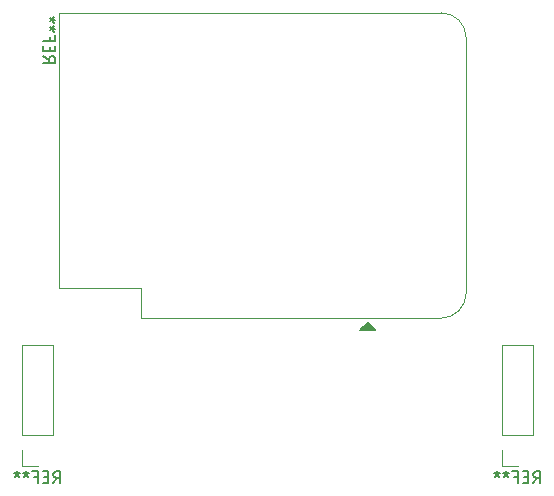
<source format=gbr>
G04 #@! TF.GenerationSoftware,KiCad,Pcbnew,5.1.9+dfsg1-1*
G04 #@! TF.CreationDate,2021-06-07T17:46:29+02:00*
G04 #@! TF.ProjectId,modbus_climate_control,6d6f6462-7573-45f6-936c-696d6174655f,rev?*
G04 #@! TF.SameCoordinates,PXe88b40PYe88b40*
G04 #@! TF.FileFunction,Legend,Bot*
G04 #@! TF.FilePolarity,Positive*
%FSLAX46Y46*%
G04 Gerber Fmt 4.6, Leading zero omitted, Abs format (unit mm)*
G04 Created by KiCad (PCBNEW 5.1.9+dfsg1-1) date 2021-06-07 17:46:29*
%MOMM*%
%LPD*%
G01*
G04 APERTURE LIST*
%ADD10C,0.120000*%
%ADD11C,0.150000*%
G04 APERTURE END LIST*
D10*
G04 #@! TO.C,REF\u002A\u002A*
X36280000Y-630000D02*
G75*
G03*
X34150000Y1500000I-2130000J0D01*
G01*
X34150000Y-24360000D02*
G75*
G03*
X36280000Y-22230000I0J2130000D01*
G01*
X1820000Y-21820000D02*
X1820000Y1500000D01*
X8720000Y-24360000D02*
X34150000Y-24360000D01*
X1820000Y1500000D02*
X34150000Y1500000D01*
X36280000Y-620000D02*
X36280000Y-22230000D01*
D11*
G36*
X28575000Y-25400000D02*
G01*
X27305000Y-25400000D01*
X27940000Y-24765000D01*
X28575000Y-25400000D01*
G37*
X28575000Y-25400000D02*
X27305000Y-25400000D01*
X27940000Y-24765000D01*
X28575000Y-25400000D01*
D10*
X8720000Y-24360000D02*
X8720000Y-21820000D01*
X8720000Y-21820000D02*
X1820000Y-21820000D01*
X39310000Y-36890000D02*
X40640000Y-36890000D01*
X39310000Y-35560000D02*
X39310000Y-36890000D01*
X39310000Y-34290000D02*
X41970000Y-34290000D01*
X41970000Y-34290000D02*
X41970000Y-26610000D01*
X39310000Y-34290000D02*
X39310000Y-26610000D01*
X39310000Y-26610000D02*
X41970000Y-26610000D01*
X-1330000Y-26610000D02*
X1330000Y-26610000D01*
X-1330000Y-34290000D02*
X-1330000Y-26610000D01*
X1330000Y-34290000D02*
X1330000Y-26610000D01*
X-1330000Y-34290000D02*
X1330000Y-34290000D01*
X-1330000Y-35560000D02*
X-1330000Y-36890000D01*
X-1330000Y-36890000D02*
X0Y-36890000D01*
D11*
X487619Y-2193333D02*
X963809Y-2526666D01*
X487619Y-2764761D02*
X1487619Y-2764761D01*
X1487619Y-2383809D01*
X1440000Y-2288571D01*
X1392380Y-2240952D01*
X1297142Y-2193333D01*
X1154285Y-2193333D01*
X1059047Y-2240952D01*
X1011428Y-2288571D01*
X963809Y-2383809D01*
X963809Y-2764761D01*
X1011428Y-1764761D02*
X1011428Y-1431428D01*
X487619Y-1288571D02*
X487619Y-1764761D01*
X1487619Y-1764761D01*
X1487619Y-1288571D01*
X1011428Y-526666D02*
X1011428Y-860000D01*
X487619Y-860000D02*
X1487619Y-860000D01*
X1487619Y-383809D01*
X1487619Y140000D02*
X1249523Y140000D01*
X1344761Y-98095D02*
X1249523Y140000D01*
X1344761Y378096D01*
X1059047Y-2857D02*
X1249523Y140000D01*
X1059047Y282858D01*
X1487619Y901905D02*
X1249523Y901905D01*
X1344761Y663810D02*
X1249523Y901905D01*
X1344761Y1140000D01*
X1059047Y759048D02*
X1249523Y901905D01*
X1059047Y1044762D01*
X41973333Y-38342380D02*
X42306666Y-37866190D01*
X42544761Y-38342380D02*
X42544761Y-37342380D01*
X42163809Y-37342380D01*
X42068571Y-37390000D01*
X42020952Y-37437619D01*
X41973333Y-37532857D01*
X41973333Y-37675714D01*
X42020952Y-37770952D01*
X42068571Y-37818571D01*
X42163809Y-37866190D01*
X42544761Y-37866190D01*
X41544761Y-37818571D02*
X41211428Y-37818571D01*
X41068571Y-38342380D02*
X41544761Y-38342380D01*
X41544761Y-37342380D01*
X41068571Y-37342380D01*
X40306666Y-37818571D02*
X40640000Y-37818571D01*
X40640000Y-38342380D02*
X40640000Y-37342380D01*
X40163809Y-37342380D01*
X39640000Y-37342380D02*
X39640000Y-37580476D01*
X39878095Y-37485238D02*
X39640000Y-37580476D01*
X39401904Y-37485238D01*
X39782857Y-37770952D02*
X39640000Y-37580476D01*
X39497142Y-37770952D01*
X38878095Y-37342380D02*
X38878095Y-37580476D01*
X39116190Y-37485238D02*
X38878095Y-37580476D01*
X38640000Y-37485238D01*
X39020952Y-37770952D02*
X38878095Y-37580476D01*
X38735238Y-37770952D01*
X1333333Y-38342380D02*
X1666666Y-37866190D01*
X1904761Y-38342380D02*
X1904761Y-37342380D01*
X1523809Y-37342380D01*
X1428571Y-37390000D01*
X1380952Y-37437619D01*
X1333333Y-37532857D01*
X1333333Y-37675714D01*
X1380952Y-37770952D01*
X1428571Y-37818571D01*
X1523809Y-37866190D01*
X1904761Y-37866190D01*
X904761Y-37818571D02*
X571428Y-37818571D01*
X428571Y-38342380D02*
X904761Y-38342380D01*
X904761Y-37342380D01*
X428571Y-37342380D01*
X-333334Y-37818571D02*
X0Y-37818571D01*
X0Y-38342380D02*
X0Y-37342380D01*
X-476191Y-37342380D01*
X-1000000Y-37342380D02*
X-1000000Y-37580476D01*
X-761905Y-37485238D02*
X-1000000Y-37580476D01*
X-1238096Y-37485238D01*
X-857143Y-37770952D02*
X-1000000Y-37580476D01*
X-1142858Y-37770952D01*
X-1761905Y-37342380D02*
X-1761905Y-37580476D01*
X-1523810Y-37485238D02*
X-1761905Y-37580476D01*
X-2000000Y-37485238D01*
X-1619048Y-37770952D02*
X-1761905Y-37580476D01*
X-1904762Y-37770952D01*
G04 #@! TD*
M02*

</source>
